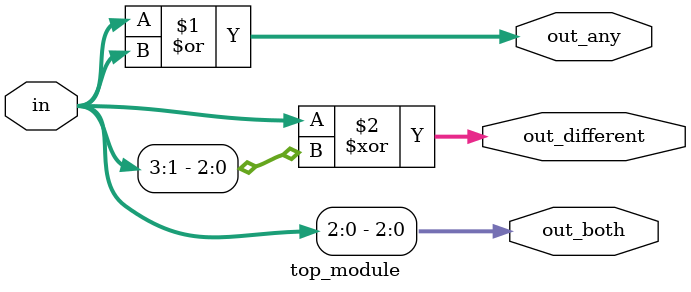
<source format=sv>
module top_module (
    input [3:0] in,
    output [2:0] out_both,
    output [3:0] out_any,
    output [3:0] out_different
);

assign out_both = in[2:0];
assign out_any = {in[3], in[2:0]} | in[3:0];
assign out_different = in ^ in[3:1];

endmodule

</source>
